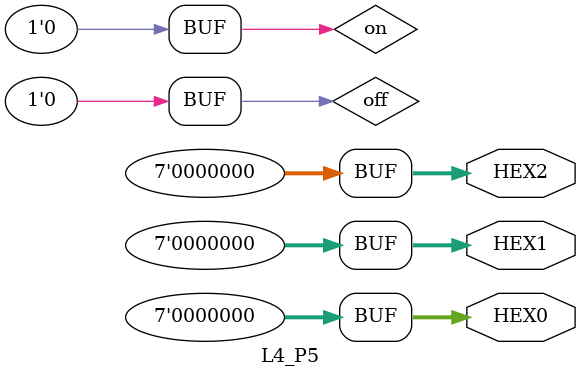
<source format=v>


module L4_P5(

	//////////// SEG7 //////////
	output [6:0]HEX0,
	output [6:0]HEX1,
	output [6:0]HEX2
);

//=======================================================
//  REG/WIRE declarations
//=======================================================

	wire on, off;
	assign on = 8'b0;
	assign off = 5'b0;


//=======================================================
//  Structural coding
//=======================================================
	assign HEX2[0] = off;
	assign HEX2[1] = on;
	assign HEX2[2] = on;
	assign HEX2[3] = on;
	assign HEX2[4] = on;
	assign HEX2[5] = off;
	assign HEX2[6] = on;
	
	assign HEX1[0] = on;
	assign HEX1[1] = off;
	assign HEX1[2] = off;
	assign HEX1[3] = on;
	assign HEX1[4] = on;
	assign HEX1[5] = on;
	assign HEX1[6] = on;
	
	assign HEX0[0] = on;
	assign HEX0[1] = on;
	assign HEX0[2] = on;
	assign HEX0[3] = on;
	assign HEX0[4] = on;
	assign HEX0[5] = on;
	assign HEX0[6] = off;

endmodule

</source>
